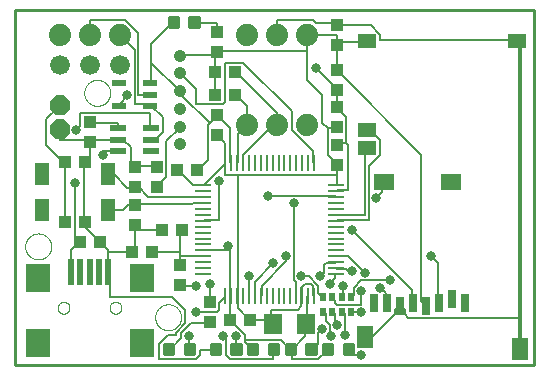
<source format=gtl>
G75*
%MOIN*%
%OFA0B0*%
%FSLAX25Y25*%
%IPPOS*%
%LPD*%
%AMOC8*
5,1,8,0,0,1.08239X$1,22.5*
%
%ADD10C,0.01000*%
%ADD11C,0.00000*%
%ADD12R,0.05315X0.02165*%
%ADD13R,0.03937X0.04331*%
%ADD14R,0.04331X0.03937*%
%ADD15R,0.06299X0.07087*%
%ADD16R,0.07874X0.09449*%
%ADD17R,0.01969X0.09087*%
%ADD18C,0.04134*%
%ADD19C,0.01181*%
%ADD20C,0.07400*%
%ADD21R,0.05000X0.07400*%
%ADD22R,0.05800X0.01100*%
%ADD23R,0.01100X0.05800*%
%ADD24R,0.04724X0.02165*%
%ADD25R,0.03150X0.05906*%
%ADD26R,0.05512X0.07480*%
%ADD27R,0.07087X0.05512*%
%ADD28OC8,0.06600*%
%ADD29R,0.05906X0.04724*%
%ADD30R,0.01969X0.02559*%
%ADD31C,0.00600*%
%ADD32C,0.01200*%
%ADD33C,0.00800*%
%ADD34C,0.03200*%
%ADD35C,0.06600*%
D10*
X0001800Y0020396D02*
X0175028Y0020396D01*
X0175028Y0138506D01*
X0001800Y0138506D01*
X0001800Y0020396D01*
D11*
X0016170Y0039333D02*
X0016172Y0039421D01*
X0016178Y0039509D01*
X0016188Y0039597D01*
X0016202Y0039685D01*
X0016219Y0039771D01*
X0016241Y0039857D01*
X0016266Y0039941D01*
X0016296Y0040025D01*
X0016328Y0040107D01*
X0016365Y0040187D01*
X0016405Y0040266D01*
X0016449Y0040343D01*
X0016496Y0040418D01*
X0016546Y0040490D01*
X0016600Y0040561D01*
X0016656Y0040628D01*
X0016716Y0040694D01*
X0016778Y0040756D01*
X0016844Y0040816D01*
X0016911Y0040872D01*
X0016982Y0040926D01*
X0017054Y0040976D01*
X0017129Y0041023D01*
X0017206Y0041067D01*
X0017285Y0041107D01*
X0017365Y0041144D01*
X0017447Y0041176D01*
X0017531Y0041206D01*
X0017615Y0041231D01*
X0017701Y0041253D01*
X0017787Y0041270D01*
X0017875Y0041284D01*
X0017963Y0041294D01*
X0018051Y0041300D01*
X0018139Y0041302D01*
X0018227Y0041300D01*
X0018315Y0041294D01*
X0018403Y0041284D01*
X0018491Y0041270D01*
X0018577Y0041253D01*
X0018663Y0041231D01*
X0018747Y0041206D01*
X0018831Y0041176D01*
X0018913Y0041144D01*
X0018993Y0041107D01*
X0019072Y0041067D01*
X0019149Y0041023D01*
X0019224Y0040976D01*
X0019296Y0040926D01*
X0019367Y0040872D01*
X0019434Y0040816D01*
X0019500Y0040756D01*
X0019562Y0040694D01*
X0019622Y0040628D01*
X0019678Y0040561D01*
X0019732Y0040490D01*
X0019782Y0040418D01*
X0019829Y0040343D01*
X0019873Y0040266D01*
X0019913Y0040187D01*
X0019950Y0040107D01*
X0019982Y0040025D01*
X0020012Y0039941D01*
X0020037Y0039857D01*
X0020059Y0039771D01*
X0020076Y0039685D01*
X0020090Y0039597D01*
X0020100Y0039509D01*
X0020106Y0039421D01*
X0020108Y0039333D01*
X0020106Y0039245D01*
X0020100Y0039157D01*
X0020090Y0039069D01*
X0020076Y0038981D01*
X0020059Y0038895D01*
X0020037Y0038809D01*
X0020012Y0038725D01*
X0019982Y0038641D01*
X0019950Y0038559D01*
X0019913Y0038479D01*
X0019873Y0038400D01*
X0019829Y0038323D01*
X0019782Y0038248D01*
X0019732Y0038176D01*
X0019678Y0038105D01*
X0019622Y0038038D01*
X0019562Y0037972D01*
X0019500Y0037910D01*
X0019434Y0037850D01*
X0019367Y0037794D01*
X0019296Y0037740D01*
X0019224Y0037690D01*
X0019149Y0037643D01*
X0019072Y0037599D01*
X0018993Y0037559D01*
X0018913Y0037522D01*
X0018831Y0037490D01*
X0018747Y0037460D01*
X0018663Y0037435D01*
X0018577Y0037413D01*
X0018491Y0037396D01*
X0018403Y0037382D01*
X0018315Y0037372D01*
X0018227Y0037366D01*
X0018139Y0037364D01*
X0018051Y0037366D01*
X0017963Y0037372D01*
X0017875Y0037382D01*
X0017787Y0037396D01*
X0017701Y0037413D01*
X0017615Y0037435D01*
X0017531Y0037460D01*
X0017447Y0037490D01*
X0017365Y0037522D01*
X0017285Y0037559D01*
X0017206Y0037599D01*
X0017129Y0037643D01*
X0017054Y0037690D01*
X0016982Y0037740D01*
X0016911Y0037794D01*
X0016844Y0037850D01*
X0016778Y0037910D01*
X0016716Y0037972D01*
X0016656Y0038038D01*
X0016600Y0038105D01*
X0016546Y0038176D01*
X0016496Y0038248D01*
X0016449Y0038323D01*
X0016405Y0038400D01*
X0016365Y0038479D01*
X0016328Y0038559D01*
X0016296Y0038641D01*
X0016266Y0038725D01*
X0016241Y0038809D01*
X0016219Y0038895D01*
X0016202Y0038981D01*
X0016188Y0039069D01*
X0016178Y0039157D01*
X0016172Y0039245D01*
X0016170Y0039333D01*
X0033492Y0039333D02*
X0033494Y0039421D01*
X0033500Y0039509D01*
X0033510Y0039597D01*
X0033524Y0039685D01*
X0033541Y0039771D01*
X0033563Y0039857D01*
X0033588Y0039941D01*
X0033618Y0040025D01*
X0033650Y0040107D01*
X0033687Y0040187D01*
X0033727Y0040266D01*
X0033771Y0040343D01*
X0033818Y0040418D01*
X0033868Y0040490D01*
X0033922Y0040561D01*
X0033978Y0040628D01*
X0034038Y0040694D01*
X0034100Y0040756D01*
X0034166Y0040816D01*
X0034233Y0040872D01*
X0034304Y0040926D01*
X0034376Y0040976D01*
X0034451Y0041023D01*
X0034528Y0041067D01*
X0034607Y0041107D01*
X0034687Y0041144D01*
X0034769Y0041176D01*
X0034853Y0041206D01*
X0034937Y0041231D01*
X0035023Y0041253D01*
X0035109Y0041270D01*
X0035197Y0041284D01*
X0035285Y0041294D01*
X0035373Y0041300D01*
X0035461Y0041302D01*
X0035549Y0041300D01*
X0035637Y0041294D01*
X0035725Y0041284D01*
X0035813Y0041270D01*
X0035899Y0041253D01*
X0035985Y0041231D01*
X0036069Y0041206D01*
X0036153Y0041176D01*
X0036235Y0041144D01*
X0036315Y0041107D01*
X0036394Y0041067D01*
X0036471Y0041023D01*
X0036546Y0040976D01*
X0036618Y0040926D01*
X0036689Y0040872D01*
X0036756Y0040816D01*
X0036822Y0040756D01*
X0036884Y0040694D01*
X0036944Y0040628D01*
X0037000Y0040561D01*
X0037054Y0040490D01*
X0037104Y0040418D01*
X0037151Y0040343D01*
X0037195Y0040266D01*
X0037235Y0040187D01*
X0037272Y0040107D01*
X0037304Y0040025D01*
X0037334Y0039941D01*
X0037359Y0039857D01*
X0037381Y0039771D01*
X0037398Y0039685D01*
X0037412Y0039597D01*
X0037422Y0039509D01*
X0037428Y0039421D01*
X0037430Y0039333D01*
X0037428Y0039245D01*
X0037422Y0039157D01*
X0037412Y0039069D01*
X0037398Y0038981D01*
X0037381Y0038895D01*
X0037359Y0038809D01*
X0037334Y0038725D01*
X0037304Y0038641D01*
X0037272Y0038559D01*
X0037235Y0038479D01*
X0037195Y0038400D01*
X0037151Y0038323D01*
X0037104Y0038248D01*
X0037054Y0038176D01*
X0037000Y0038105D01*
X0036944Y0038038D01*
X0036884Y0037972D01*
X0036822Y0037910D01*
X0036756Y0037850D01*
X0036689Y0037794D01*
X0036618Y0037740D01*
X0036546Y0037690D01*
X0036471Y0037643D01*
X0036394Y0037599D01*
X0036315Y0037559D01*
X0036235Y0037522D01*
X0036153Y0037490D01*
X0036069Y0037460D01*
X0035985Y0037435D01*
X0035899Y0037413D01*
X0035813Y0037396D01*
X0035725Y0037382D01*
X0035637Y0037372D01*
X0035549Y0037366D01*
X0035461Y0037364D01*
X0035373Y0037366D01*
X0035285Y0037372D01*
X0035197Y0037382D01*
X0035109Y0037396D01*
X0035023Y0037413D01*
X0034937Y0037435D01*
X0034853Y0037460D01*
X0034769Y0037490D01*
X0034687Y0037522D01*
X0034607Y0037559D01*
X0034528Y0037599D01*
X0034451Y0037643D01*
X0034376Y0037690D01*
X0034304Y0037740D01*
X0034233Y0037794D01*
X0034166Y0037850D01*
X0034100Y0037910D01*
X0034038Y0037972D01*
X0033978Y0038038D01*
X0033922Y0038105D01*
X0033868Y0038176D01*
X0033818Y0038248D01*
X0033771Y0038323D01*
X0033727Y0038400D01*
X0033687Y0038479D01*
X0033650Y0038559D01*
X0033618Y0038641D01*
X0033588Y0038725D01*
X0033563Y0038809D01*
X0033541Y0038895D01*
X0033524Y0038981D01*
X0033510Y0039069D01*
X0033500Y0039157D01*
X0033494Y0039245D01*
X0033492Y0039333D01*
X0048650Y0036144D02*
X0048652Y0036275D01*
X0048658Y0036407D01*
X0048668Y0036538D01*
X0048682Y0036669D01*
X0048700Y0036799D01*
X0048722Y0036928D01*
X0048747Y0037057D01*
X0048777Y0037185D01*
X0048811Y0037312D01*
X0048848Y0037439D01*
X0048889Y0037563D01*
X0048934Y0037687D01*
X0048983Y0037809D01*
X0049035Y0037930D01*
X0049091Y0038048D01*
X0049151Y0038166D01*
X0049214Y0038281D01*
X0049281Y0038394D01*
X0049351Y0038506D01*
X0049424Y0038615D01*
X0049500Y0038721D01*
X0049580Y0038826D01*
X0049663Y0038928D01*
X0049749Y0039027D01*
X0049838Y0039124D01*
X0049930Y0039218D01*
X0050025Y0039309D01*
X0050122Y0039398D01*
X0050222Y0039483D01*
X0050325Y0039565D01*
X0050430Y0039644D01*
X0050537Y0039720D01*
X0050647Y0039792D01*
X0050759Y0039861D01*
X0050873Y0039927D01*
X0050988Y0039989D01*
X0051106Y0040048D01*
X0051225Y0040103D01*
X0051346Y0040155D01*
X0051469Y0040202D01*
X0051593Y0040246D01*
X0051718Y0040287D01*
X0051844Y0040323D01*
X0051972Y0040356D01*
X0052100Y0040384D01*
X0052229Y0040409D01*
X0052359Y0040430D01*
X0052489Y0040447D01*
X0052620Y0040460D01*
X0052751Y0040469D01*
X0052882Y0040474D01*
X0053014Y0040475D01*
X0053145Y0040472D01*
X0053277Y0040465D01*
X0053408Y0040454D01*
X0053538Y0040439D01*
X0053668Y0040420D01*
X0053798Y0040397D01*
X0053926Y0040371D01*
X0054054Y0040340D01*
X0054181Y0040305D01*
X0054307Y0040267D01*
X0054431Y0040225D01*
X0054555Y0040179D01*
X0054676Y0040129D01*
X0054796Y0040076D01*
X0054915Y0040019D01*
X0055032Y0039959D01*
X0055146Y0039895D01*
X0055259Y0039827D01*
X0055370Y0039756D01*
X0055479Y0039682D01*
X0055585Y0039605D01*
X0055689Y0039524D01*
X0055790Y0039441D01*
X0055889Y0039354D01*
X0055985Y0039264D01*
X0056078Y0039171D01*
X0056169Y0039076D01*
X0056256Y0038978D01*
X0056341Y0038877D01*
X0056422Y0038774D01*
X0056500Y0038668D01*
X0056575Y0038560D01*
X0056647Y0038450D01*
X0056715Y0038338D01*
X0056780Y0038224D01*
X0056841Y0038107D01*
X0056899Y0037989D01*
X0056953Y0037869D01*
X0057004Y0037748D01*
X0057051Y0037625D01*
X0057094Y0037501D01*
X0057133Y0037376D01*
X0057169Y0037249D01*
X0057200Y0037121D01*
X0057228Y0036993D01*
X0057252Y0036864D01*
X0057272Y0036734D01*
X0057288Y0036603D01*
X0057300Y0036472D01*
X0057308Y0036341D01*
X0057312Y0036210D01*
X0057312Y0036078D01*
X0057308Y0035947D01*
X0057300Y0035816D01*
X0057288Y0035685D01*
X0057272Y0035554D01*
X0057252Y0035424D01*
X0057228Y0035295D01*
X0057200Y0035167D01*
X0057169Y0035039D01*
X0057133Y0034912D01*
X0057094Y0034787D01*
X0057051Y0034663D01*
X0057004Y0034540D01*
X0056953Y0034419D01*
X0056899Y0034299D01*
X0056841Y0034181D01*
X0056780Y0034064D01*
X0056715Y0033950D01*
X0056647Y0033838D01*
X0056575Y0033728D01*
X0056500Y0033620D01*
X0056422Y0033514D01*
X0056341Y0033411D01*
X0056256Y0033310D01*
X0056169Y0033212D01*
X0056078Y0033117D01*
X0055985Y0033024D01*
X0055889Y0032934D01*
X0055790Y0032847D01*
X0055689Y0032764D01*
X0055585Y0032683D01*
X0055479Y0032606D01*
X0055370Y0032532D01*
X0055259Y0032461D01*
X0055147Y0032393D01*
X0055032Y0032329D01*
X0054915Y0032269D01*
X0054796Y0032212D01*
X0054676Y0032159D01*
X0054555Y0032109D01*
X0054431Y0032063D01*
X0054307Y0032021D01*
X0054181Y0031983D01*
X0054054Y0031948D01*
X0053926Y0031917D01*
X0053798Y0031891D01*
X0053668Y0031868D01*
X0053538Y0031849D01*
X0053408Y0031834D01*
X0053277Y0031823D01*
X0053145Y0031816D01*
X0053014Y0031813D01*
X0052882Y0031814D01*
X0052751Y0031819D01*
X0052620Y0031828D01*
X0052489Y0031841D01*
X0052359Y0031858D01*
X0052229Y0031879D01*
X0052100Y0031904D01*
X0051972Y0031932D01*
X0051844Y0031965D01*
X0051718Y0032001D01*
X0051593Y0032042D01*
X0051469Y0032086D01*
X0051346Y0032133D01*
X0051225Y0032185D01*
X0051106Y0032240D01*
X0050988Y0032299D01*
X0050873Y0032361D01*
X0050759Y0032427D01*
X0050647Y0032496D01*
X0050537Y0032568D01*
X0050430Y0032644D01*
X0050325Y0032723D01*
X0050222Y0032805D01*
X0050122Y0032890D01*
X0050025Y0032979D01*
X0049930Y0033070D01*
X0049838Y0033164D01*
X0049749Y0033261D01*
X0049663Y0033360D01*
X0049580Y0033462D01*
X0049500Y0033567D01*
X0049424Y0033673D01*
X0049351Y0033782D01*
X0049281Y0033894D01*
X0049214Y0034007D01*
X0049151Y0034122D01*
X0049091Y0034240D01*
X0049035Y0034358D01*
X0048983Y0034479D01*
X0048934Y0034601D01*
X0048889Y0034725D01*
X0048848Y0034849D01*
X0048811Y0034976D01*
X0048777Y0035103D01*
X0048747Y0035231D01*
X0048722Y0035360D01*
X0048700Y0035489D01*
X0048682Y0035619D01*
X0048668Y0035750D01*
X0048658Y0035881D01*
X0048652Y0036013D01*
X0048650Y0036144D01*
X0005343Y0059766D02*
X0005345Y0059897D01*
X0005351Y0060029D01*
X0005361Y0060160D01*
X0005375Y0060291D01*
X0005393Y0060421D01*
X0005415Y0060550D01*
X0005440Y0060679D01*
X0005470Y0060807D01*
X0005504Y0060934D01*
X0005541Y0061061D01*
X0005582Y0061185D01*
X0005627Y0061309D01*
X0005676Y0061431D01*
X0005728Y0061552D01*
X0005784Y0061670D01*
X0005844Y0061788D01*
X0005907Y0061903D01*
X0005974Y0062016D01*
X0006044Y0062128D01*
X0006117Y0062237D01*
X0006193Y0062343D01*
X0006273Y0062448D01*
X0006356Y0062550D01*
X0006442Y0062649D01*
X0006531Y0062746D01*
X0006623Y0062840D01*
X0006718Y0062931D01*
X0006815Y0063020D01*
X0006915Y0063105D01*
X0007018Y0063187D01*
X0007123Y0063266D01*
X0007230Y0063342D01*
X0007340Y0063414D01*
X0007452Y0063483D01*
X0007566Y0063549D01*
X0007681Y0063611D01*
X0007799Y0063670D01*
X0007918Y0063725D01*
X0008039Y0063777D01*
X0008162Y0063824D01*
X0008286Y0063868D01*
X0008411Y0063909D01*
X0008537Y0063945D01*
X0008665Y0063978D01*
X0008793Y0064006D01*
X0008922Y0064031D01*
X0009052Y0064052D01*
X0009182Y0064069D01*
X0009313Y0064082D01*
X0009444Y0064091D01*
X0009575Y0064096D01*
X0009707Y0064097D01*
X0009838Y0064094D01*
X0009970Y0064087D01*
X0010101Y0064076D01*
X0010231Y0064061D01*
X0010361Y0064042D01*
X0010491Y0064019D01*
X0010619Y0063993D01*
X0010747Y0063962D01*
X0010874Y0063927D01*
X0011000Y0063889D01*
X0011124Y0063847D01*
X0011248Y0063801D01*
X0011369Y0063751D01*
X0011489Y0063698D01*
X0011608Y0063641D01*
X0011725Y0063581D01*
X0011839Y0063517D01*
X0011952Y0063449D01*
X0012063Y0063378D01*
X0012172Y0063304D01*
X0012278Y0063227D01*
X0012382Y0063146D01*
X0012483Y0063063D01*
X0012582Y0062976D01*
X0012678Y0062886D01*
X0012771Y0062793D01*
X0012862Y0062698D01*
X0012949Y0062600D01*
X0013034Y0062499D01*
X0013115Y0062396D01*
X0013193Y0062290D01*
X0013268Y0062182D01*
X0013340Y0062072D01*
X0013408Y0061960D01*
X0013473Y0061846D01*
X0013534Y0061729D01*
X0013592Y0061611D01*
X0013646Y0061491D01*
X0013697Y0061370D01*
X0013744Y0061247D01*
X0013787Y0061123D01*
X0013826Y0060998D01*
X0013862Y0060871D01*
X0013893Y0060743D01*
X0013921Y0060615D01*
X0013945Y0060486D01*
X0013965Y0060356D01*
X0013981Y0060225D01*
X0013993Y0060094D01*
X0014001Y0059963D01*
X0014005Y0059832D01*
X0014005Y0059700D01*
X0014001Y0059569D01*
X0013993Y0059438D01*
X0013981Y0059307D01*
X0013965Y0059176D01*
X0013945Y0059046D01*
X0013921Y0058917D01*
X0013893Y0058789D01*
X0013862Y0058661D01*
X0013826Y0058534D01*
X0013787Y0058409D01*
X0013744Y0058285D01*
X0013697Y0058162D01*
X0013646Y0058041D01*
X0013592Y0057921D01*
X0013534Y0057803D01*
X0013473Y0057686D01*
X0013408Y0057572D01*
X0013340Y0057460D01*
X0013268Y0057350D01*
X0013193Y0057242D01*
X0013115Y0057136D01*
X0013034Y0057033D01*
X0012949Y0056932D01*
X0012862Y0056834D01*
X0012771Y0056739D01*
X0012678Y0056646D01*
X0012582Y0056556D01*
X0012483Y0056469D01*
X0012382Y0056386D01*
X0012278Y0056305D01*
X0012172Y0056228D01*
X0012063Y0056154D01*
X0011952Y0056083D01*
X0011840Y0056015D01*
X0011725Y0055951D01*
X0011608Y0055891D01*
X0011489Y0055834D01*
X0011369Y0055781D01*
X0011248Y0055731D01*
X0011124Y0055685D01*
X0011000Y0055643D01*
X0010874Y0055605D01*
X0010747Y0055570D01*
X0010619Y0055539D01*
X0010491Y0055513D01*
X0010361Y0055490D01*
X0010231Y0055471D01*
X0010101Y0055456D01*
X0009970Y0055445D01*
X0009838Y0055438D01*
X0009707Y0055435D01*
X0009575Y0055436D01*
X0009444Y0055441D01*
X0009313Y0055450D01*
X0009182Y0055463D01*
X0009052Y0055480D01*
X0008922Y0055501D01*
X0008793Y0055526D01*
X0008665Y0055554D01*
X0008537Y0055587D01*
X0008411Y0055623D01*
X0008286Y0055664D01*
X0008162Y0055708D01*
X0008039Y0055755D01*
X0007918Y0055807D01*
X0007799Y0055862D01*
X0007681Y0055921D01*
X0007566Y0055983D01*
X0007452Y0056049D01*
X0007340Y0056118D01*
X0007230Y0056190D01*
X0007123Y0056266D01*
X0007018Y0056345D01*
X0006915Y0056427D01*
X0006815Y0056512D01*
X0006718Y0056601D01*
X0006623Y0056692D01*
X0006531Y0056786D01*
X0006442Y0056883D01*
X0006356Y0056982D01*
X0006273Y0057084D01*
X0006193Y0057189D01*
X0006117Y0057295D01*
X0006044Y0057404D01*
X0005974Y0057516D01*
X0005907Y0057629D01*
X0005844Y0057744D01*
X0005784Y0057862D01*
X0005728Y0057980D01*
X0005676Y0058101D01*
X0005627Y0058223D01*
X0005582Y0058347D01*
X0005541Y0058471D01*
X0005504Y0058598D01*
X0005470Y0058725D01*
X0005440Y0058853D01*
X0005415Y0058982D01*
X0005393Y0059111D01*
X0005375Y0059241D01*
X0005361Y0059372D01*
X0005351Y0059503D01*
X0005345Y0059635D01*
X0005343Y0059766D01*
X0025028Y0110947D02*
X0025030Y0111078D01*
X0025036Y0111210D01*
X0025046Y0111341D01*
X0025060Y0111472D01*
X0025078Y0111602D01*
X0025100Y0111731D01*
X0025125Y0111860D01*
X0025155Y0111988D01*
X0025189Y0112115D01*
X0025226Y0112242D01*
X0025267Y0112366D01*
X0025312Y0112490D01*
X0025361Y0112612D01*
X0025413Y0112733D01*
X0025469Y0112851D01*
X0025529Y0112969D01*
X0025592Y0113084D01*
X0025659Y0113197D01*
X0025729Y0113309D01*
X0025802Y0113418D01*
X0025878Y0113524D01*
X0025958Y0113629D01*
X0026041Y0113731D01*
X0026127Y0113830D01*
X0026216Y0113927D01*
X0026308Y0114021D01*
X0026403Y0114112D01*
X0026500Y0114201D01*
X0026600Y0114286D01*
X0026703Y0114368D01*
X0026808Y0114447D01*
X0026915Y0114523D01*
X0027025Y0114595D01*
X0027137Y0114664D01*
X0027251Y0114730D01*
X0027366Y0114792D01*
X0027484Y0114851D01*
X0027603Y0114906D01*
X0027724Y0114958D01*
X0027847Y0115005D01*
X0027971Y0115049D01*
X0028096Y0115090D01*
X0028222Y0115126D01*
X0028350Y0115159D01*
X0028478Y0115187D01*
X0028607Y0115212D01*
X0028737Y0115233D01*
X0028867Y0115250D01*
X0028998Y0115263D01*
X0029129Y0115272D01*
X0029260Y0115277D01*
X0029392Y0115278D01*
X0029523Y0115275D01*
X0029655Y0115268D01*
X0029786Y0115257D01*
X0029916Y0115242D01*
X0030046Y0115223D01*
X0030176Y0115200D01*
X0030304Y0115174D01*
X0030432Y0115143D01*
X0030559Y0115108D01*
X0030685Y0115070D01*
X0030809Y0115028D01*
X0030933Y0114982D01*
X0031054Y0114932D01*
X0031174Y0114879D01*
X0031293Y0114822D01*
X0031410Y0114762D01*
X0031524Y0114698D01*
X0031637Y0114630D01*
X0031748Y0114559D01*
X0031857Y0114485D01*
X0031963Y0114408D01*
X0032067Y0114327D01*
X0032168Y0114244D01*
X0032267Y0114157D01*
X0032363Y0114067D01*
X0032456Y0113974D01*
X0032547Y0113879D01*
X0032634Y0113781D01*
X0032719Y0113680D01*
X0032800Y0113577D01*
X0032878Y0113471D01*
X0032953Y0113363D01*
X0033025Y0113253D01*
X0033093Y0113141D01*
X0033158Y0113027D01*
X0033219Y0112910D01*
X0033277Y0112792D01*
X0033331Y0112672D01*
X0033382Y0112551D01*
X0033429Y0112428D01*
X0033472Y0112304D01*
X0033511Y0112179D01*
X0033547Y0112052D01*
X0033578Y0111924D01*
X0033606Y0111796D01*
X0033630Y0111667D01*
X0033650Y0111537D01*
X0033666Y0111406D01*
X0033678Y0111275D01*
X0033686Y0111144D01*
X0033690Y0111013D01*
X0033690Y0110881D01*
X0033686Y0110750D01*
X0033678Y0110619D01*
X0033666Y0110488D01*
X0033650Y0110357D01*
X0033630Y0110227D01*
X0033606Y0110098D01*
X0033578Y0109970D01*
X0033547Y0109842D01*
X0033511Y0109715D01*
X0033472Y0109590D01*
X0033429Y0109466D01*
X0033382Y0109343D01*
X0033331Y0109222D01*
X0033277Y0109102D01*
X0033219Y0108984D01*
X0033158Y0108867D01*
X0033093Y0108753D01*
X0033025Y0108641D01*
X0032953Y0108531D01*
X0032878Y0108423D01*
X0032800Y0108317D01*
X0032719Y0108214D01*
X0032634Y0108113D01*
X0032547Y0108015D01*
X0032456Y0107920D01*
X0032363Y0107827D01*
X0032267Y0107737D01*
X0032168Y0107650D01*
X0032067Y0107567D01*
X0031963Y0107486D01*
X0031857Y0107409D01*
X0031748Y0107335D01*
X0031637Y0107264D01*
X0031525Y0107196D01*
X0031410Y0107132D01*
X0031293Y0107072D01*
X0031174Y0107015D01*
X0031054Y0106962D01*
X0030933Y0106912D01*
X0030809Y0106866D01*
X0030685Y0106824D01*
X0030559Y0106786D01*
X0030432Y0106751D01*
X0030304Y0106720D01*
X0030176Y0106694D01*
X0030046Y0106671D01*
X0029916Y0106652D01*
X0029786Y0106637D01*
X0029655Y0106626D01*
X0029523Y0106619D01*
X0029392Y0106616D01*
X0029260Y0106617D01*
X0029129Y0106622D01*
X0028998Y0106631D01*
X0028867Y0106644D01*
X0028737Y0106661D01*
X0028607Y0106682D01*
X0028478Y0106707D01*
X0028350Y0106735D01*
X0028222Y0106768D01*
X0028096Y0106804D01*
X0027971Y0106845D01*
X0027847Y0106889D01*
X0027724Y0106936D01*
X0027603Y0106988D01*
X0027484Y0107043D01*
X0027366Y0107102D01*
X0027251Y0107164D01*
X0027137Y0107230D01*
X0027025Y0107299D01*
X0026915Y0107371D01*
X0026808Y0107447D01*
X0026703Y0107526D01*
X0026600Y0107608D01*
X0026500Y0107693D01*
X0026403Y0107782D01*
X0026308Y0107873D01*
X0026216Y0107967D01*
X0026127Y0108064D01*
X0026041Y0108163D01*
X0025958Y0108265D01*
X0025878Y0108370D01*
X0025802Y0108476D01*
X0025729Y0108585D01*
X0025659Y0108697D01*
X0025592Y0108810D01*
X0025529Y0108925D01*
X0025469Y0109043D01*
X0025413Y0109161D01*
X0025361Y0109282D01*
X0025312Y0109404D01*
X0025267Y0109528D01*
X0025226Y0109652D01*
X0025189Y0109779D01*
X0025155Y0109906D01*
X0025125Y0110034D01*
X0025100Y0110163D01*
X0025078Y0110292D01*
X0025060Y0110422D01*
X0025046Y0110553D01*
X0025036Y0110684D01*
X0025030Y0110816D01*
X0025028Y0110947D01*
D12*
X0036386Y0099136D03*
X0036386Y0095396D03*
X0036386Y0091656D03*
X0047214Y0091656D03*
X0047214Y0095396D03*
X0047214Y0099136D03*
D13*
X0049300Y0086243D03*
X0041800Y0086243D03*
X0041800Y0079550D03*
X0041800Y0073743D03*
X0049300Y0079550D03*
X0041800Y0067050D03*
X0056800Y0053743D03*
X0056800Y0047050D03*
X0109300Y0087050D03*
X0109300Y0093743D03*
X0109300Y0099550D03*
X0109300Y0106243D03*
X0109300Y0112050D03*
X0109300Y0118743D03*
X0109300Y0127050D03*
X0109300Y0133743D03*
X0075146Y0117896D03*
X0068454Y0117896D03*
X0068454Y0110396D03*
X0075146Y0110396D03*
X0069300Y0103743D03*
X0069300Y0097050D03*
D14*
X0062646Y0085396D03*
X0055954Y0085396D03*
X0057646Y0065396D03*
X0050954Y0065396D03*
X0047646Y0057896D03*
X0040954Y0057896D03*
X0030146Y0061396D03*
X0023454Y0061396D03*
X0025146Y0067896D03*
X0018454Y0067896D03*
X0018454Y0087896D03*
X0025146Y0087896D03*
X0026800Y0094550D03*
X0026800Y0101243D03*
X0069300Y0124550D03*
X0069300Y0131243D03*
X0066800Y0041243D03*
X0073454Y0035396D03*
X0080146Y0035396D03*
X0066800Y0034550D03*
D15*
X0087788Y0033896D03*
X0098812Y0033896D03*
D16*
X0044123Y0027522D03*
X0044123Y0049176D03*
X0009477Y0049176D03*
X0009477Y0027522D03*
D17*
X0020501Y0051396D03*
X0023650Y0051396D03*
X0026800Y0051396D03*
X0029950Y0051396D03*
X0033099Y0051396D03*
D18*
X0056918Y0093802D03*
X0056918Y0099707D03*
X0056918Y0105613D03*
X0056918Y0111518D03*
X0056918Y0117424D03*
X0056918Y0123329D03*
D19*
X0056225Y0133018D02*
X0056225Y0135774D01*
X0056225Y0133018D02*
X0053469Y0133018D01*
X0053469Y0135774D01*
X0056225Y0135774D01*
X0056225Y0134198D02*
X0053469Y0134198D01*
X0053469Y0135378D02*
X0056225Y0135378D01*
X0063131Y0135774D02*
X0063131Y0133018D01*
X0060375Y0133018D01*
X0060375Y0135774D01*
X0063131Y0135774D01*
X0063131Y0134198D02*
X0060375Y0134198D01*
X0060375Y0135378D02*
X0063131Y0135378D01*
X0058875Y0026774D02*
X0058875Y0024018D01*
X0058875Y0026774D02*
X0061631Y0026774D01*
X0061631Y0024018D01*
X0058875Y0024018D01*
X0058875Y0025198D02*
X0061631Y0025198D01*
X0061631Y0026378D02*
X0058875Y0026378D01*
X0051969Y0026774D02*
X0051969Y0024018D01*
X0051969Y0026774D02*
X0054725Y0026774D01*
X0054725Y0024018D01*
X0051969Y0024018D01*
X0051969Y0025198D02*
X0054725Y0025198D01*
X0054725Y0026378D02*
X0051969Y0026378D01*
X0067469Y0026774D02*
X0067469Y0024018D01*
X0067469Y0026774D02*
X0070225Y0026774D01*
X0070225Y0024018D01*
X0067469Y0024018D01*
X0067469Y0025198D02*
X0070225Y0025198D01*
X0070225Y0026378D02*
X0067469Y0026378D01*
X0074375Y0026774D02*
X0074375Y0024018D01*
X0074375Y0026774D02*
X0077131Y0026774D01*
X0077131Y0024018D01*
X0074375Y0024018D01*
X0074375Y0025198D02*
X0077131Y0025198D01*
X0077131Y0026378D02*
X0074375Y0026378D01*
X0079969Y0026774D02*
X0079969Y0024018D01*
X0079969Y0026774D02*
X0082725Y0026774D01*
X0082725Y0024018D01*
X0079969Y0024018D01*
X0079969Y0025198D02*
X0082725Y0025198D01*
X0082725Y0026378D02*
X0079969Y0026378D01*
X0086875Y0026774D02*
X0086875Y0024018D01*
X0086875Y0026774D02*
X0089631Y0026774D01*
X0089631Y0024018D01*
X0086875Y0024018D01*
X0086875Y0025198D02*
X0089631Y0025198D01*
X0089631Y0026378D02*
X0086875Y0026378D01*
X0092469Y0026774D02*
X0092469Y0024018D01*
X0092469Y0026774D02*
X0095225Y0026774D01*
X0095225Y0024018D01*
X0092469Y0024018D01*
X0092469Y0025198D02*
X0095225Y0025198D01*
X0095225Y0026378D02*
X0092469Y0026378D01*
X0099375Y0026774D02*
X0099375Y0024018D01*
X0099375Y0026774D02*
X0102131Y0026774D01*
X0102131Y0024018D01*
X0099375Y0024018D01*
X0099375Y0025198D02*
X0102131Y0025198D01*
X0102131Y0026378D02*
X0099375Y0026378D01*
X0104969Y0026774D02*
X0104969Y0024018D01*
X0104969Y0026774D02*
X0107725Y0026774D01*
X0107725Y0024018D01*
X0104969Y0024018D01*
X0104969Y0025198D02*
X0107725Y0025198D01*
X0107725Y0026378D02*
X0104969Y0026378D01*
X0111875Y0026774D02*
X0111875Y0024018D01*
X0111875Y0026774D02*
X0114631Y0026774D01*
X0114631Y0024018D01*
X0111875Y0024018D01*
X0111875Y0025198D02*
X0114631Y0025198D01*
X0114631Y0026378D02*
X0111875Y0026378D01*
D20*
X0099300Y0100396D03*
X0089300Y0100396D03*
X0079300Y0100396D03*
X0079300Y0130396D03*
X0089300Y0130396D03*
X0099300Y0130396D03*
X0036800Y0130396D03*
X0026800Y0130396D03*
X0016800Y0130396D03*
D21*
X0010800Y0083896D03*
X0010800Y0071896D03*
X0032800Y0071896D03*
X0032800Y0083896D03*
D22*
X0064700Y0080196D03*
X0064700Y0078196D03*
X0064700Y0076196D03*
X0064700Y0074296D03*
X0064700Y0072296D03*
X0064700Y0070296D03*
X0064700Y0068396D03*
X0064700Y0066396D03*
X0064700Y0064396D03*
X0064700Y0062396D03*
X0064700Y0060496D03*
X0064700Y0058496D03*
X0064700Y0056496D03*
X0064700Y0054596D03*
X0064700Y0052596D03*
X0064700Y0050596D03*
X0108900Y0050596D03*
X0108900Y0052596D03*
X0108900Y0054596D03*
X0108900Y0056496D03*
X0108900Y0058496D03*
X0108900Y0060496D03*
X0108900Y0062396D03*
X0108900Y0064396D03*
X0108900Y0066396D03*
X0108900Y0068396D03*
X0108900Y0070296D03*
X0108900Y0072296D03*
X0108900Y0074296D03*
X0108900Y0076196D03*
X0108900Y0078196D03*
X0108900Y0080196D03*
D23*
X0101600Y0087496D03*
X0099600Y0087496D03*
X0097600Y0087496D03*
X0095700Y0087496D03*
X0093700Y0087496D03*
X0091700Y0087496D03*
X0089800Y0087496D03*
X0087800Y0087496D03*
X0085800Y0087496D03*
X0083800Y0087496D03*
X0081900Y0087496D03*
X0079900Y0087496D03*
X0077900Y0087496D03*
X0076000Y0087496D03*
X0074000Y0087496D03*
X0072000Y0087496D03*
X0072000Y0043296D03*
X0074000Y0043296D03*
X0076000Y0043296D03*
X0077900Y0043296D03*
X0079900Y0043296D03*
X0081900Y0043296D03*
X0083800Y0043296D03*
X0085800Y0043296D03*
X0087800Y0043296D03*
X0089800Y0043296D03*
X0091700Y0043296D03*
X0093700Y0043296D03*
X0095700Y0043296D03*
X0097600Y0043296D03*
X0099600Y0043296D03*
X0101600Y0043296D03*
D24*
X0046919Y0106656D03*
X0046919Y0110396D03*
X0046919Y0114136D03*
X0036681Y0114136D03*
X0036681Y0106656D03*
D25*
X0121682Y0040770D03*
X0126013Y0040770D03*
X0130343Y0039983D03*
X0134674Y0040770D03*
X0139005Y0039983D03*
X0143335Y0040770D03*
X0147666Y0042345D03*
X0151997Y0040770D03*
D26*
X0170343Y0025613D03*
X0118572Y0029550D03*
D27*
X0124871Y0081321D03*
X0147312Y0081321D03*
D28*
X0016800Y0098959D03*
X0016800Y0106833D03*
D29*
X0119221Y0098585D03*
X0119221Y0092680D03*
X0119221Y0128113D03*
X0169379Y0128113D03*
D30*
X0114024Y0042857D03*
X0110875Y0042857D03*
X0107725Y0042857D03*
X0104576Y0042857D03*
X0104576Y0037935D03*
X0107725Y0037935D03*
X0110875Y0037935D03*
X0114024Y0037935D03*
D31*
X0114300Y0037896D01*
X0117425Y0037896D01*
X0117425Y0040396D02*
X0117425Y0044771D01*
X0114925Y0043521D02*
X0114300Y0042896D01*
X0114024Y0042857D01*
X0114925Y0043521D02*
X0114925Y0046021D01*
X0117425Y0048521D01*
X0126800Y0048521D01*
X0123675Y0046021D02*
X0125550Y0044146D01*
X0125550Y0041021D01*
X0126013Y0040770D01*
X0134300Y0041021D02*
X0134674Y0040770D01*
X0134300Y0041021D02*
X0134300Y0045396D01*
X0114300Y0065396D01*
X0109300Y0068521D02*
X0108900Y0068396D01*
X0109300Y0068521D02*
X0119925Y0068521D01*
X0119925Y0086646D01*
X0123675Y0090396D01*
X0123675Y0095396D01*
X0120550Y0098521D01*
X0119300Y0098521D01*
X0119221Y0098585D01*
X0119221Y0092680D02*
X0118675Y0092271D01*
X0118675Y0070396D01*
X0109300Y0070396D01*
X0108900Y0070296D01*
X0108900Y0076196D02*
X0108675Y0076646D01*
X0086175Y0076646D01*
X0094925Y0074146D02*
X0094925Y0048521D01*
X0095550Y0047896D01*
X0095550Y0043521D01*
X0095700Y0043296D01*
X0097425Y0049771D02*
X0099925Y0049771D01*
X0103050Y0046646D01*
X0103050Y0044146D01*
X0104300Y0042896D01*
X0104576Y0042857D01*
X0107725Y0042857D02*
X0108050Y0042271D01*
X0108675Y0041646D01*
X0108675Y0041021D01*
X0109300Y0040396D01*
X0117425Y0040396D01*
X0111800Y0037271D02*
X0111800Y0030396D01*
X0109300Y0033521D02*
X0108675Y0034146D01*
X0108675Y0037271D01*
X0108050Y0037896D01*
X0107725Y0037935D01*
X0105550Y0037271D02*
X0105550Y0034771D01*
X0106800Y0033521D01*
X0106800Y0030396D01*
X0107425Y0029771D01*
X0104300Y0032271D02*
X0103050Y0031021D01*
X0103050Y0027271D01*
X0101175Y0025396D01*
X0100753Y0025396D01*
X0113253Y0025396D02*
X0113675Y0025396D01*
X0113675Y0023521D01*
X0117425Y0023521D01*
X0111800Y0037271D02*
X0111175Y0037896D01*
X0110875Y0037935D01*
X0110875Y0042857D02*
X0111175Y0042896D01*
X0111175Y0046646D01*
X0108675Y0049146D02*
X0108675Y0050396D01*
X0108900Y0050596D01*
X0108675Y0049146D02*
X0106800Y0047271D01*
X0103675Y0049771D02*
X0104925Y0051021D01*
X0104925Y0053521D01*
X0105550Y0054146D01*
X0108675Y0054146D01*
X0108900Y0054596D01*
X0108900Y0052596D02*
X0109300Y0052271D01*
X0112425Y0052271D01*
X0113050Y0051646D01*
X0114300Y0051646D01*
X0118675Y0051021D02*
X0113050Y0056646D01*
X0109300Y0056646D01*
X0108900Y0056496D01*
X0092425Y0056646D02*
X0092425Y0054771D01*
X0084300Y0046646D01*
X0084300Y0043521D01*
X0083800Y0043296D01*
X0081900Y0043296D02*
X0081800Y0043521D01*
X0081800Y0047896D01*
X0088050Y0054146D01*
X0079925Y0049771D02*
X0079925Y0043521D01*
X0079900Y0043296D01*
X0072000Y0043296D02*
X0071800Y0042896D01*
X0069925Y0041021D01*
X0069925Y0038521D01*
X0069300Y0037896D01*
X0062425Y0037896D01*
X0060550Y0034146D02*
X0066800Y0034146D01*
X0066800Y0034550D01*
X0060550Y0034146D02*
X0057425Y0031021D01*
X0057425Y0029146D01*
X0053675Y0025396D01*
X0053347Y0025396D01*
X0059925Y0025396D02*
X0059925Y0029771D01*
X0059925Y0025396D02*
X0060253Y0025396D01*
X0071175Y0029771D02*
X0072425Y0028521D01*
X0072425Y0023521D01*
X0073675Y0022271D01*
X0088050Y0022271D01*
X0088050Y0025396D01*
X0088253Y0025396D01*
X0075753Y0025396D02*
X0075550Y0025396D01*
X0075550Y0029771D01*
X0066800Y0041243D02*
X0066800Y0041646D01*
X0066800Y0047271D01*
X0056800Y0053743D02*
X0056800Y0054146D01*
X0056800Y0056646D01*
X0064300Y0056646D01*
X0064700Y0056496D01*
X0056800Y0056646D02*
X0056800Y0057896D01*
X0056800Y0064771D01*
X0057425Y0065396D01*
X0057646Y0065396D01*
X0064700Y0068396D02*
X0064925Y0068521D01*
X0069925Y0068521D01*
X0069925Y0081646D01*
X0064500Y0076396D02*
X0064700Y0076196D01*
X0064500Y0076396D02*
X0046300Y0076396D01*
X0043146Y0079550D01*
X0041800Y0079550D01*
X0041646Y0079396D01*
X0039300Y0079396D01*
X0034800Y0083896D01*
X0032800Y0083896D01*
X0031175Y0090396D02*
X0031175Y0091646D01*
X0036175Y0091646D01*
X0036386Y0091656D01*
X0036386Y0099136D02*
X0036175Y0099146D01*
X0036175Y0101021D01*
X0026800Y0101021D01*
X0026800Y0101243D01*
X0023675Y0099771D02*
X0023675Y0104146D01*
X0046800Y0104146D01*
X0046800Y0099146D01*
X0047214Y0099136D01*
X0048675Y0095396D02*
X0051175Y0097896D01*
X0051175Y0102896D01*
X0047425Y0106646D01*
X0046919Y0106656D01*
X0046800Y0107271D01*
X0041800Y0107271D01*
X0041800Y0125396D01*
X0036800Y0130396D01*
X0038675Y0135396D02*
X0026800Y0135396D01*
X0026800Y0130396D01*
X0038675Y0135396D02*
X0043050Y0131021D01*
X0043050Y0110396D01*
X0046800Y0110396D01*
X0046919Y0110396D01*
X0056918Y0117424D02*
X0057425Y0117271D01*
X0062425Y0112271D01*
X0062425Y0107271D01*
X0071175Y0107271D01*
X0071800Y0107896D01*
X0071800Y0121021D01*
X0078050Y0121021D01*
X0094300Y0104771D01*
X0094300Y0098521D01*
X0101175Y0091646D01*
X0101175Y0087896D01*
X0101600Y0087496D01*
X0089300Y0100396D02*
X0089300Y0101646D01*
X0078050Y0090396D01*
X0078050Y0087896D01*
X0077900Y0087496D01*
X0076175Y0087896D02*
X0076000Y0087496D01*
X0076175Y0087896D02*
X0076175Y0097271D01*
X0079300Y0100396D01*
X0079300Y0106646D01*
X0075550Y0110396D01*
X0075146Y0110396D01*
X0075146Y0117896D02*
X0075550Y0117896D01*
X0089300Y0104146D01*
X0089300Y0101646D01*
X0089300Y0100396D01*
X0056918Y0099707D02*
X0056800Y0099146D01*
X0052425Y0094771D01*
X0052425Y0082896D01*
X0049300Y0079771D01*
X0049300Y0079550D01*
X0041800Y0074146D02*
X0041800Y0073896D01*
X0041800Y0073743D01*
X0041800Y0073896D02*
X0041800Y0074146D01*
X0041800Y0073896D02*
X0060800Y0073896D01*
X0061300Y0074396D01*
X0064600Y0074396D01*
X0064700Y0074296D01*
X0056800Y0057896D02*
X0048050Y0057896D01*
X0047646Y0057896D01*
X0037800Y0071896D02*
X0032800Y0071896D01*
X0037800Y0071896D02*
X0039800Y0073896D01*
X0041800Y0073896D01*
X0023454Y0061396D02*
X0021800Y0059771D01*
X0021800Y0081021D01*
X0018675Y0087896D02*
X0018454Y0087896D01*
X0018050Y0087896D01*
X0012425Y0093521D01*
X0012425Y0102271D01*
X0016800Y0106646D01*
X0016800Y0106833D01*
X0023675Y0099771D02*
X0022425Y0098521D01*
X0018675Y0087896D02*
X0018675Y0067896D01*
X0018454Y0067896D01*
X0023454Y0061396D02*
X0023050Y0061021D01*
X0021800Y0059771D01*
X0020550Y0058521D01*
X0020550Y0051646D01*
X0020501Y0051396D01*
X0047214Y0095396D02*
X0047425Y0095396D01*
X0048675Y0095396D01*
X0069300Y0131243D02*
X0069300Y0131646D01*
X0069300Y0134146D01*
X0061800Y0134146D01*
X0061753Y0134396D01*
X0124300Y0081021D02*
X0124871Y0081321D01*
X0124300Y0081021D02*
X0124300Y0077896D01*
X0122425Y0076021D01*
X0140550Y0056646D02*
X0143050Y0054146D01*
X0143050Y0041021D01*
X0143335Y0040770D01*
X0105550Y0037271D02*
X0104925Y0037896D01*
X0104576Y0037935D01*
D32*
X0170343Y0036021D02*
X0170343Y0025613D01*
X0170343Y0036021D02*
X0170343Y0127148D01*
X0169379Y0128113D01*
D33*
X0169300Y0128521D01*
X0123675Y0128521D01*
X0123675Y0130396D01*
X0120550Y0133521D01*
X0109300Y0133521D01*
X0109300Y0133743D01*
X0109300Y0134146D01*
X0102425Y0134146D01*
X0101175Y0135396D01*
X0089300Y0135396D01*
X0089300Y0130396D01*
X0099300Y0130396D02*
X0099300Y0124771D01*
X0099300Y0115396D01*
X0104300Y0110396D01*
X0104300Y0101021D01*
X0106175Y0099146D01*
X0106175Y0090396D01*
X0109300Y0087271D01*
X0109300Y0087050D01*
X0109300Y0086646D01*
X0109300Y0083521D01*
X0076175Y0083521D01*
X0076175Y0043521D01*
X0076000Y0043296D01*
X0076175Y0042896D01*
X0076175Y0039146D01*
X0079925Y0035396D01*
X0080146Y0035396D01*
X0080550Y0035396D01*
X0087425Y0035396D01*
X0087788Y0033896D01*
X0087425Y0034146D01*
X0087425Y0035396D01*
X0087425Y0038521D01*
X0096175Y0038521D01*
X0097425Y0039771D01*
X0097425Y0042896D01*
X0097600Y0043296D01*
X0097425Y0043521D01*
X0097425Y0046021D01*
X0098675Y0047271D01*
X0100550Y0047271D01*
X0101175Y0046646D01*
X0101175Y0043521D01*
X0101600Y0043296D01*
X0099600Y0043296D02*
X0099300Y0042896D01*
X0099300Y0034146D01*
X0098812Y0033896D01*
X0098675Y0033521D01*
X0098675Y0029771D01*
X0094300Y0025396D01*
X0093847Y0025396D01*
X0093675Y0025396D01*
X0090550Y0028521D01*
X0078675Y0028521D01*
X0078675Y0027896D01*
X0081175Y0025396D01*
X0081347Y0025396D01*
X0078675Y0028521D02*
X0078675Y0030396D01*
X0073675Y0035396D01*
X0073454Y0035396D01*
X0073675Y0035396D01*
X0073675Y0042896D01*
X0074000Y0043296D01*
X0073675Y0043521D01*
X0073675Y0058521D01*
X0073050Y0058521D01*
X0073050Y0059771D01*
X0073050Y0058521D02*
X0064925Y0058521D01*
X0064700Y0058496D01*
X0062425Y0046646D02*
X0056800Y0046646D01*
X0056800Y0047050D01*
X0054300Y0042896D02*
X0033675Y0042896D01*
X0033675Y0051021D01*
X0033099Y0051396D01*
X0033050Y0051646D01*
X0033050Y0057896D01*
X0040550Y0057896D01*
X0040954Y0057896D01*
X0041175Y0057896D01*
X0041800Y0058521D01*
X0041800Y0065396D01*
X0041800Y0067050D01*
X0041800Y0066646D01*
X0041800Y0065396D01*
X0050550Y0065396D01*
X0050954Y0065396D01*
X0033050Y0058521D02*
X0033050Y0057896D01*
X0033050Y0058521D02*
X0030550Y0061021D01*
X0030146Y0061396D01*
X0029925Y0061646D01*
X0025550Y0066021D01*
X0025550Y0067896D01*
X0025146Y0067896D01*
X0024925Y0067896D01*
X0024925Y0087896D01*
X0025146Y0087896D01*
X0025550Y0087896D01*
X0026800Y0089146D01*
X0026800Y0094146D01*
X0026800Y0094550D01*
X0026800Y0095396D01*
X0016800Y0095396D01*
X0016800Y0098521D01*
X0016800Y0098959D01*
X0026800Y0095396D02*
X0026800Y0094771D01*
X0026800Y0094550D01*
X0026800Y0095396D02*
X0036175Y0095396D01*
X0036386Y0095396D01*
X0036800Y0095396D01*
X0038050Y0095396D01*
X0040550Y0092896D01*
X0040550Y0087896D01*
X0041800Y0086646D01*
X0041800Y0086243D01*
X0041800Y0086646D01*
X0049300Y0086646D01*
X0049300Y0086243D01*
X0055954Y0085396D02*
X0056175Y0085396D01*
X0061175Y0080396D01*
X0064300Y0080396D01*
X0064700Y0080196D01*
X0064925Y0080396D01*
X0071800Y0087271D01*
X0072000Y0087496D01*
X0071800Y0087271D01*
X0071800Y0083521D01*
X0076175Y0083521D01*
X0074000Y0087496D02*
X0073675Y0087896D01*
X0073675Y0099146D01*
X0069300Y0103521D01*
X0069300Y0103743D01*
X0069300Y0103521D01*
X0066800Y0101021D01*
X0057425Y0110396D01*
X0057425Y0111021D01*
X0056918Y0111518D01*
X0056800Y0111646D01*
X0047425Y0121021D01*
X0047425Y0127271D01*
X0054300Y0134146D01*
X0054847Y0134396D01*
X0057425Y0123521D02*
X0056918Y0123329D01*
X0057425Y0123521D02*
X0068675Y0123521D01*
X0069300Y0124550D01*
X0069300Y0124771D01*
X0099300Y0124771D01*
X0099300Y0130396D02*
X0109300Y0130396D01*
X0109300Y0127896D01*
X0109300Y0127050D01*
X0109300Y0127271D01*
X0109300Y0127896D01*
X0118675Y0127896D01*
X0119221Y0128113D01*
X0109300Y0127050D02*
X0109300Y0126646D01*
X0109300Y0119146D01*
X0109300Y0118743D01*
X0109300Y0118521D01*
X0137425Y0090396D01*
X0137425Y0041646D01*
X0138675Y0040396D01*
X0139005Y0039983D01*
X0133050Y0036021D02*
X0169925Y0036021D01*
X0170343Y0036021D01*
X0133050Y0036021D02*
X0131800Y0037271D01*
X0131800Y0038521D01*
X0130550Y0039771D01*
X0130343Y0039983D01*
X0129925Y0039771D01*
X0128675Y0038521D01*
X0128675Y0037271D01*
X0121175Y0029771D01*
X0118675Y0029771D01*
X0118572Y0029550D01*
X0106347Y0025396D02*
X0106175Y0025396D01*
X0103050Y0022271D01*
X0094300Y0022271D01*
X0094300Y0025396D01*
X0093847Y0025396D01*
X0068847Y0025396D02*
X0068675Y0025396D01*
X0063675Y0025396D01*
X0063675Y0023521D01*
X0062425Y0022271D01*
X0049925Y0022271D01*
X0049925Y0027271D01*
X0053050Y0030396D01*
X0055550Y0030396D01*
X0055550Y0031021D01*
X0058675Y0034146D01*
X0058675Y0038521D01*
X0054300Y0042896D01*
X0062646Y0085396D02*
X0063050Y0085396D01*
X0066175Y0088521D01*
X0066175Y0100396D01*
X0066800Y0101021D01*
X0069300Y0097050D02*
X0069300Y0096646D01*
X0071800Y0094146D01*
X0071800Y0087896D01*
X0072000Y0087496D01*
X0068675Y0110396D02*
X0068454Y0110396D01*
X0068675Y0110396D02*
X0068675Y0117896D01*
X0068454Y0117896D01*
X0068675Y0117896D01*
X0068675Y0123521D01*
X0069300Y0124146D01*
X0069300Y0124550D01*
X0047425Y0121021D02*
X0047425Y0114146D01*
X0046919Y0114136D01*
X0039300Y0110396D02*
X0039300Y0109771D01*
X0036800Y0107271D01*
X0036681Y0106656D01*
X0102425Y0119146D02*
X0109300Y0112271D01*
X0109300Y0112050D01*
X0109300Y0111646D01*
X0109300Y0106646D01*
X0109300Y0106243D01*
X0109300Y0106021D01*
X0112425Y0102896D01*
X0112425Y0094146D01*
X0113050Y0093521D01*
X0113050Y0078521D01*
X0109300Y0078521D01*
X0108900Y0078196D01*
X0108900Y0080196D02*
X0109300Y0080396D01*
X0109300Y0083521D01*
X0109300Y0093743D02*
X0109300Y0094146D01*
X0112425Y0094146D01*
X0109300Y0099146D02*
X0109300Y0099550D01*
X0109300Y0099146D02*
X0106175Y0099146D01*
D34*
X0102425Y0119146D03*
X0069925Y0081646D03*
X0086175Y0076646D03*
X0094925Y0074146D03*
X0114300Y0065396D03*
X0122425Y0076021D03*
X0140550Y0056646D03*
X0126800Y0048521D03*
X0123675Y0046021D03*
X0117425Y0044771D03*
X0111175Y0046646D03*
X0106800Y0047271D03*
X0103675Y0049771D03*
X0097425Y0049771D03*
X0092425Y0056646D03*
X0088050Y0054146D03*
X0079925Y0049771D03*
X0073050Y0059771D03*
X0066800Y0047271D03*
X0062425Y0046646D03*
X0062425Y0037896D03*
X0059925Y0029771D03*
X0071175Y0029771D03*
X0075550Y0029771D03*
X0104300Y0032271D03*
X0107425Y0029771D03*
X0109300Y0033521D03*
X0111800Y0030396D03*
X0117425Y0023521D03*
X0117425Y0037896D03*
X0118675Y0051021D03*
X0114300Y0051646D03*
X0039300Y0110396D03*
X0022425Y0098521D03*
X0031175Y0090396D03*
X0021800Y0081021D03*
D35*
X0016800Y0120396D03*
X0026800Y0120396D03*
X0036800Y0120396D03*
M02*

</source>
